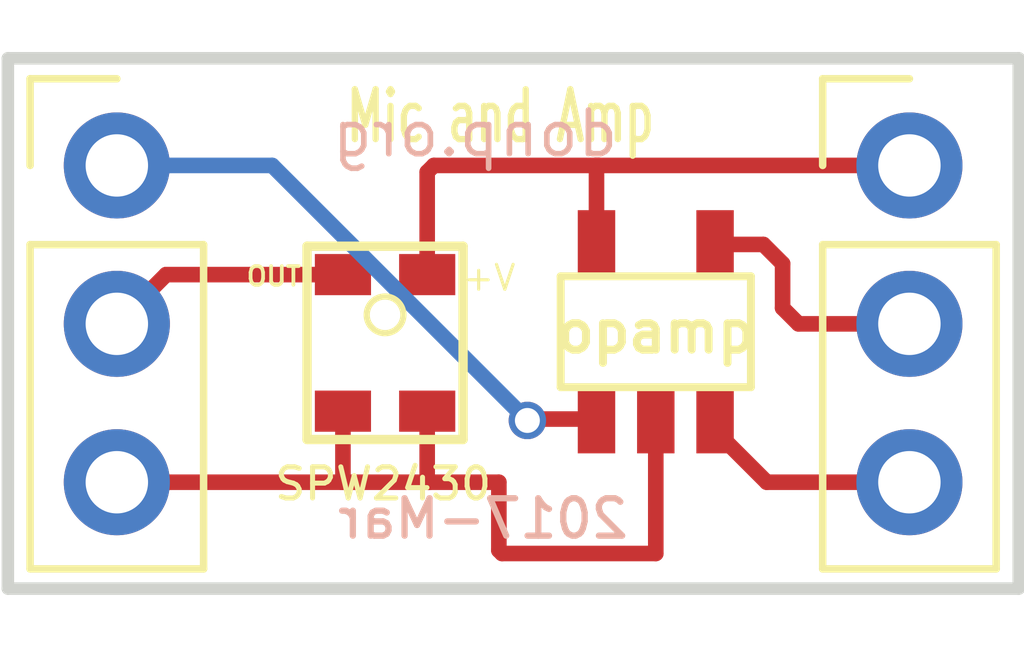
<source format=kicad_pcb>
(kicad_pcb (version 4) (host pcbnew 4.0.5-e0-6337~49~ubuntu16.04.1)

  (general
    (links 0)
    (no_connects 0)
    (area 111.799999 55.055 154.900001 66.965)
    (thickness 1.6)
    (drawings 10)
    (tracks 33)
    (zones 0)
    (modules 4)
    (nets 1)
  )

  (page A4)
  (layers
    (0 F.Cu signal)
    (31 B.Cu signal)
    (32 B.Adhes user)
    (33 F.Adhes user)
    (34 B.Paste user)
    (35 F.Paste user)
    (36 B.SilkS user)
    (37 F.SilkS user)
    (38 B.Mask user)
    (39 F.Mask user)
    (40 Dwgs.User user)
    (41 Cmts.User user)
    (42 Eco1.User user)
    (43 Eco2.User user)
    (44 Edge.Cuts user)
    (45 Margin user)
    (46 B.CrtYd user)
    (47 F.CrtYd user)
    (48 B.Fab user)
    (49 F.Fab user)
  )

  (setup
    (last_trace_width 0.25)
    (trace_clearance 0.2)
    (zone_clearance 0.508)
    (zone_45_only no)
    (trace_min 0.2)
    (segment_width 0.2)
    (edge_width 0.2)
    (via_size 0.6)
    (via_drill 0.4)
    (via_min_size 0.4)
    (via_min_drill 0.3)
    (uvia_size 0.3)
    (uvia_drill 0.1)
    (uvias_allowed no)
    (uvia_min_size 0.2)
    (uvia_min_drill 0.1)
    (pcb_text_width 0.3)
    (pcb_text_size 1.5 1.5)
    (mod_edge_width 0.15)
    (mod_text_size 1 1)
    (mod_text_width 0.15)
    (pad_size 1.7 1.7)
    (pad_drill 1)
    (pad_to_mask_clearance 0.2)
    (aux_axis_origin 0 0)
    (visible_elements FFFFFFFF)
    (pcbplotparams
      (layerselection 0x010f0_80000001)
      (usegerberextensions true)
      (excludeedgelayer true)
      (linewidth 0.100000)
      (plotframeref false)
      (viasonmask false)
      (mode 1)
      (useauxorigin false)
      (hpglpennumber 1)
      (hpglpenspeed 20)
      (hpglpendiameter 15)
      (hpglpenoverlay 2)
      (psnegative false)
      (psa4output false)
      (plotreference true)
      (plotvalue true)
      (plotinvisibletext false)
      (padsonsilk false)
      (subtractmaskfromsilk false)
      (outputformat 1)
      (mirror false)
      (drillshape 0)
      (scaleselection 1)
      (outputdirectory /home/donp/osh))
  )

  (net 0 "")

  (net_class Default "This is the default net class."
    (clearance 0.2)
    (trace_width 0.25)
    (via_dia 0.6)
    (via_drill 0.4)
    (uvia_dia 0.3)
    (uvia_drill 0.1)
  )

  (module tom_kicad_lib:SOT-23-5 (layer F.Cu) (tedit 58CD781A) (tstamp 58CE007A)
    (at 135.636 61.087)
    (clearance 0.1)
    (attr smd)
    (fp_text reference "" (at 2.19964 -0.29972 90) (layer F.SilkS)
      (effects (font (size 0.635 0.635) (thickness 0.127)))
    )
    (fp_text value opamp (at 0 0) (layer F.SilkS)
      (effects (font (size 0.635 0.635) (thickness 0.127)))
    )
    (fp_line (start 1.524 -0.889) (end 1.524 0.889) (layer F.SilkS) (width 0.127))
    (fp_line (start 1.524 0.889) (end -1.524 0.889) (layer F.SilkS) (width 0.127))
    (fp_line (start -1.524 0.889) (end -1.524 -0.889) (layer F.SilkS) (width 0.127))
    (fp_line (start -1.524 -0.889) (end 1.524 -0.889) (layer F.SilkS) (width 0.127))
    (pad 1 smd rect (at -0.95 1.4) (size 0.6 1.1) (layers F.Cu F.Paste F.Mask))
    (pad 3 smd rect (at 0.95 1.4) (size 0.6 1.1) (layers F.Cu F.Paste F.Mask))
    (pad 5 smd rect (at -0.95 -1.4) (size 0.6 1.1) (layers F.Cu F.Paste F.Mask))
    (pad 2 smd rect (at 0 1.4) (size 0.6 1.1) (layers F.Cu F.Paste F.Mask))
    (pad 4 smd rect (at 0.95 -1.4) (size 0.6 1.1) (layers F.Cu F.Paste F.Mask))
    (model smd/SOT23_5.wrl
      (at (xyz 0 0 0))
      (scale (xyz 0.1 0.1 0.1))
      (rotate (xyz 0 0 0))
    )
  )

  (module Pin_Headers:Pin_Header_Straight_1x03_Pitch2.54mm (layer F.Cu) (tedit 58F2545E) (tstamp 58BB886A)
    (at 127 58.42)
    (descr "Through hole straight pin header, 1x03, 2.54mm pitch, single row")
    (tags "Through hole pin header THT 1x03 2.54mm single row")
    (fp_text reference "" (at 0 -2.39) (layer F.SilkS)
      (effects (font (size 1 1) (thickness 0.15)))
    )
    (fp_text value "" (at 0 7.47) (layer F.Fab)
      (effects (font (size 1 1) (thickness 0.15)))
    )
    (fp_line (start -1.27 -1.27) (end -1.27 6.35) (layer F.Fab) (width 0.1))
    (fp_line (start -1.27 6.35) (end 1.27 6.35) (layer F.Fab) (width 0.1))
    (fp_line (start 1.27 6.35) (end 1.27 -1.27) (layer F.Fab) (width 0.1))
    (fp_line (start 1.27 -1.27) (end -1.27 -1.27) (layer F.Fab) (width 0.1))
    (fp_line (start -1.39 1.27) (end -1.39 6.47) (layer F.SilkS) (width 0.12))
    (fp_line (start -1.39 6.47) (end 1.39 6.47) (layer F.SilkS) (width 0.12))
    (fp_line (start 1.39 6.47) (end 1.39 1.27) (layer F.SilkS) (width 0.12))
    (fp_line (start 1.39 1.27) (end -1.39 1.27) (layer F.SilkS) (width 0.12))
    (fp_line (start -1.39 0) (end -1.39 -1.39) (layer F.SilkS) (width 0.12))
    (fp_line (start -1.39 -1.39) (end 0 -1.39) (layer F.SilkS) (width 0.12))
    (fp_line (start -1.6 -1.6) (end -1.6 6.6) (layer F.CrtYd) (width 0.05))
    (fp_line (start -1.6 6.6) (end 1.6 6.6) (layer F.CrtYd) (width 0.05))
    (fp_line (start 1.6 6.6) (end 1.6 -1.6) (layer F.CrtYd) (width 0.05))
    (fp_line (start 1.6 -1.6) (end -1.6 -1.6) (layer F.CrtYd) (width 0.05))
    (pad 1 thru_hole circle (at 0 0) (size 1.7 1.7) (drill 1) (layers *.Cu *.Mask))
    (pad 2 thru_hole oval (at 0 2.54) (size 1.7 1.7) (drill 1) (layers *.Cu *.Mask))
    (pad 3 thru_hole oval (at 0 5.08) (size 1.7 1.7) (drill 1) (layers *.Cu *.Mask))
    (model Pin_Headers.3dshapes/Pin_Header_Straight_1x03_Pitch2.54mm.wrl
      (at (xyz 0 -0.1 0))
      (scale (xyz 1 1 1))
      (rotate (xyz 0 0 90))
    )
  )

  (module Pin_Headers:Pin_Header_Straight_1x03_Pitch2.54mm (layer F.Cu) (tedit 58F25452) (tstamp 58BB8890)
    (at 139.7 58.42)
    (descr "Through hole straight pin header, 1x03, 2.54mm pitch, single row")
    (tags "Through hole pin header THT 1x03 2.54mm single row")
    (fp_text reference "" (at 0 -2.39) (layer F.SilkS)
      (effects (font (size 1 1) (thickness 0.15)))
    )
    (fp_text value "" (at 0 7.47) (layer F.Fab)
      (effects (font (size 1 1) (thickness 0.15)))
    )
    (fp_line (start -1.27 -1.27) (end -1.27 6.35) (layer F.Fab) (width 0.1))
    (fp_line (start -1.27 6.35) (end 1.27 6.35) (layer F.Fab) (width 0.1))
    (fp_line (start 1.27 6.35) (end 1.27 -1.27) (layer F.Fab) (width 0.1))
    (fp_line (start 1.27 -1.27) (end -1.27 -1.27) (layer F.Fab) (width 0.1))
    (fp_line (start -1.39 1.27) (end -1.39 6.47) (layer F.SilkS) (width 0.12))
    (fp_line (start -1.39 6.47) (end 1.39 6.47) (layer F.SilkS) (width 0.12))
    (fp_line (start 1.39 6.47) (end 1.39 1.27) (layer F.SilkS) (width 0.12))
    (fp_line (start 1.39 1.27) (end -1.39 1.27) (layer F.SilkS) (width 0.12))
    (fp_line (start -1.39 0) (end -1.39 -1.39) (layer F.SilkS) (width 0.12))
    (fp_line (start -1.39 -1.39) (end 0 -1.39) (layer F.SilkS) (width 0.12))
    (fp_line (start -1.6 -1.6) (end -1.6 6.6) (layer F.CrtYd) (width 0.05))
    (fp_line (start -1.6 6.6) (end 1.6 6.6) (layer F.CrtYd) (width 0.05))
    (fp_line (start 1.6 6.6) (end 1.6 -1.6) (layer F.CrtYd) (width 0.05))
    (fp_line (start 1.6 -1.6) (end -1.6 -1.6) (layer F.CrtYd) (width 0.05))
    (pad 1 thru_hole circle (at 0 0) (size 1.7 1.7) (drill 1) (layers *.Cu *.Mask))
    (pad 2 thru_hole oval (at 0 2.54) (size 1.7 1.7) (drill 1) (layers *.Cu *.Mask))
    (pad 3 thru_hole oval (at 0 5.08) (size 1.7 1.7) (drill 1) (layers *.Cu *.Mask))
    (model Pin_Headers.3dshapes/Pin_Header_Straight_1x03_Pitch2.54mm.wrl
      (at (xyz 0 -0.1 0))
      (scale (xyz 1 1 1))
      (rotate (xyz 0 0 90))
    )
  )

  (module microphones:SiSonic-SPW2430 (layer F.Cu) (tedit 58CD7488) (tstamp 58CDB7B3)
    (at 130.048 59.7154)
    (fp_text reference "" (at 1.5 -1) (layer F.SilkS)
      (effects (font (size 1 1) (thickness 0.15)))
    )
    (fp_text value "SiSonic SPW2430" (at 1.8 4.3) (layer F.Fab)
      (effects (font (size 1 1) (thickness 0.15)))
    )
    (fp_circle (center 1.25 1.1) (end 1.53 1.19) (layer F.SilkS) (width 0.1))
    (fp_line (start 0 0) (end 0 3.1) (layer F.SilkS) (width 0.15))
    (fp_line (start 2.5 0) (end 2.5 3.1) (layer F.SilkS) (width 0.15))
    (fp_line (start 0 3.1) (end 2.5 3.1) (layer F.SilkS) (width 0.15))
    (fp_line (start 0 0) (end 2.5 0) (layer F.SilkS) (width 0.15))
    (pad GND smd rect (at 1.925 2.645) (size 0.9 0.66) (layers F.Cu F.Paste F.Mask))
    (pad +V smd rect (at 1.925 0.455) (size 0.9 0.66) (layers F.Cu F.Paste F.Mask))
    (pad GND smd rect (at 0.575 2.645) (size 0.9 0.66) (layers F.Cu F.Paste F.Mask))
    (pad OUT smd rect (at 0.575 0.455) (size 0.9 0.66) (layers F.Cu F.Paste F.Mask))
  )

  (gr_text "Mic and Amp" (at 133.1468 57.6326) (layer F.SilkS)
    (effects (font (size 0.8 0.5) (thickness 0.1)))
  )
  (gr_text OUT (at 129.5146 60.198) (layer F.SilkS)
    (effects (font (size 0.3 0.3) (thickness 0.06)))
  )
  (gr_text +V (at 132.969 60.2234) (layer F.SilkS)
    (effects (font (size 0.4 0.4) (thickness 0.05)))
  )
  (gr_text SPW2430 (at 131.2672 63.5254) (layer F.SilkS)
    (effects (font (size 0.5 0.5) (thickness 0.08)))
  )
  (gr_text 2017-Mar (at 132.8674 64.0842) (layer B.SilkS)
    (effects (font (size 0.6 0.6) (thickness 0.1)) (justify mirror))
  )
  (gr_text donp.org (at 132.7404 57.912) (layer B.SilkS)
    (effects (font (size 0.7 0.7) (thickness 0.09)) (justify mirror))
  )
  (gr_line (start 141.4526 56.7018) (end 141.4526 65.2058) (angle 90) (layer Edge.Cuts) (width 0.2) (tstamp 5869BE58))
  (gr_line (start 125.254 56.7018) (end 125.254 65.2058) (angle 90) (layer Edge.Cuts) (width 0.2))
  (gr_line (start 125.254 65.2058) (end 141.4526 65.2058) (angle 90) (layer Edge.Cuts) (width 0.2) (tstamp 5869BDB4))
  (gr_line (start 125.254 56.7018) (end 141.4526 56.7018) (angle 90) (layer Edge.Cuts) (width 0.2))

  (segment (start 136.586 59.687) (end 137.3602 59.687) (width 0.25) (layer F.Cu) (net 0))
  (segment (start 137.922 60.96) (end 139.7 60.96) (width 0.25) (layer F.Cu) (net 0) (tstamp 58CE4AF6))
  (segment (start 137.668 60.706) (end 137.922 60.96) (width 0.25) (layer F.Cu) (net 0) (tstamp 58CE4AF5))
  (segment (start 137.668 59.9948) (end 137.668 60.706) (width 0.25) (layer F.Cu) (net 0) (tstamp 58CE4AF4))
  (segment (start 137.3602 59.687) (end 137.668 59.9948) (width 0.25) (layer F.Cu) (net 0) (tstamp 58CE4AF3))
  (segment (start 136.586 62.487) (end 136.586 62.672) (width 0.25) (layer F.Cu) (net 0))
  (segment (start 136.586 62.672) (end 137.414 63.5) (width 0.25) (layer F.Cu) (net 0) (tstamp 58CE4AEF))
  (segment (start 137.414 63.5) (end 139.7 63.5) (width 0.25) (layer F.Cu) (net 0) (tstamp 58CE4AF0))
  (segment (start 134.686 62.487) (end 133.601 62.487) (width 0.25) (layer F.Cu) (net 0))
  (segment (start 129.4892 58.42) (end 127 58.42) (width 0.25) (layer B.Cu) (net 0) (tstamp 58CE4AEA))
  (segment (start 133.5786 62.5094) (end 129.4892 58.42) (width 0.25) (layer B.Cu) (net 0) (tstamp 58CE4AE9))
  (via (at 133.5786 62.5094) (size 0.6) (drill 0.4) (layers F.Cu B.Cu) (net 0))
  (segment (start 133.601 62.487) (end 133.5786 62.5094) (width 0.25) (layer F.Cu) (net 0) (tstamp 58CE4AE7))
  (segment (start 134.7216 58.42) (end 132.08 58.42) (width 0.25) (layer F.Cu) (net 0))
  (segment (start 131.973 58.527) (end 131.973 60.1704) (width 0.25) (layer F.Cu) (net 0) (tstamp 58CE4AE4))
  (segment (start 132.08 58.42) (end 131.973 58.527) (width 0.25) (layer F.Cu) (net 0) (tstamp 58CE4AE3))
  (segment (start 139.7 58.42) (end 134.7216 58.42) (width 0.25) (layer F.Cu) (net 0))
  (segment (start 134.7216 58.42) (end 134.6708 58.42) (width 0.25) (layer F.Cu) (net 0) (tstamp 58CE4AE1))
  (segment (start 134.686 58.4352) (end 134.686 59.687) (width 0.25) (layer F.Cu) (net 0) (tstamp 58CE4ADE))
  (segment (start 134.6708 58.42) (end 134.686 58.4352) (width 0.25) (layer F.Cu) (net 0) (tstamp 58CE4ADD))
  (segment (start 132.0038 63.5) (end 133.1214 63.5) (width 0.25) (layer F.Cu) (net 0))
  (segment (start 135.636 64.643) (end 135.636 62.487) (width 0.25) (layer F.Cu) (net 0) (tstamp 58CE4ADA))
  (segment (start 133.1722 64.643) (end 135.636 64.643) (width 0.25) (layer F.Cu) (net 0) (tstamp 58CE4AD9))
  (segment (start 133.1214 64.5922) (end 133.1722 64.643) (width 0.25) (layer F.Cu) (net 0) (tstamp 58CE4AD8))
  (segment (start 133.1214 63.5) (end 133.1214 64.5922) (width 0.25) (layer F.Cu) (net 0) (tstamp 58CE4AD7))
  (segment (start 130.6068 63.5) (end 132.0038 63.5) (width 0.25) (layer F.Cu) (net 0))
  (segment (start 131.973 63.4692) (end 131.973 62.3604) (width 0.25) (layer F.Cu) (net 0) (tstamp 58CE4ACE))
  (segment (start 132.0038 63.5) (end 131.973 63.4692) (width 0.25) (layer F.Cu) (net 0) (tstamp 58CE4ACD))
  (segment (start 127 63.5) (end 130.6068 63.5) (width 0.25) (layer F.Cu) (net 0))
  (segment (start 130.623 63.4838) (end 130.623 62.3604) (width 0.25) (layer F.Cu) (net 0) (tstamp 58CE4ACA))
  (segment (start 130.6068 63.5) (end 130.623 63.4838) (width 0.25) (layer F.Cu) (net 0) (tstamp 58CE4AC9))
  (segment (start 130.623 60.1704) (end 127.7896 60.1704) (width 0.25) (layer F.Cu) (net 0))
  (segment (start 127.7896 60.1704) (end 127 60.96) (width 0.25) (layer F.Cu) (net 0) (tstamp 58CE4AC6))

)

</source>
